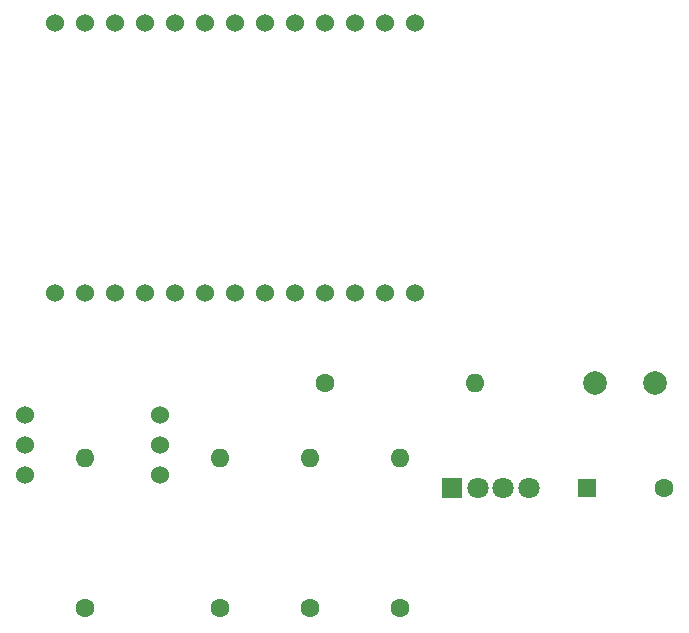
<source format=gbs>
G04 #@! TF.GenerationSoftware,KiCad,Pcbnew,(6.0.2)*
G04 #@! TF.CreationDate,2022-06-07T20:46:00+01:00*
G04 #@! TF.ProjectId,Smart_Door_Sensor,536d6172-745f-4446-9f6f-725f53656e73,rev?*
G04 #@! TF.SameCoordinates,Original*
G04 #@! TF.FileFunction,Soldermask,Bot*
G04 #@! TF.FilePolarity,Negative*
%FSLAX46Y46*%
G04 Gerber Fmt 4.6, Leading zero omitted, Abs format (unit mm)*
G04 Created by KiCad (PCBNEW (6.0.2)) date 2022-06-07 20:46:00*
%MOMM*%
%LPD*%
G01*
G04 APERTURE LIST*
%ADD10C,1.524000*%
%ADD11C,1.600000*%
%ADD12O,1.600000X1.600000*%
%ADD13C,2.000000*%
%ADD14R,1.600000X1.600000*%
%ADD15R,1.800000X1.800000*%
%ADD16C,1.800000*%
G04 APERTURE END LIST*
D10*
X62230000Y-106775000D03*
X62230000Y-109315000D03*
X62230000Y-111855000D03*
X73660000Y-106775000D03*
X73660000Y-109315000D03*
X73660000Y-111855000D03*
D11*
X67310000Y-123190000D03*
D12*
X67310000Y-110490000D03*
D11*
X87630000Y-104140000D03*
D12*
X100330000Y-104140000D03*
D13*
X110460000Y-104140000D03*
X115540000Y-104140000D03*
D14*
X109780000Y-113030000D03*
D11*
X116280000Y-113030000D03*
X78740000Y-123190000D03*
D12*
X78740000Y-110490000D03*
D11*
X86360000Y-123190000D03*
D12*
X86360000Y-110490000D03*
D10*
X95250000Y-73660000D03*
X92710000Y-73660000D03*
X90170000Y-73660000D03*
X87630000Y-73660000D03*
X85090000Y-73660000D03*
X82550000Y-73660000D03*
X80010000Y-73660000D03*
X77470000Y-73660000D03*
X74930000Y-73660000D03*
X72390000Y-73660000D03*
X69850000Y-73660000D03*
X67310000Y-73660000D03*
X64770000Y-73660000D03*
X64770000Y-96520000D03*
X67310000Y-96520000D03*
X69850000Y-96520000D03*
X72390000Y-96520000D03*
X74930000Y-96520000D03*
X77470000Y-96520000D03*
X80010000Y-96520000D03*
X82550000Y-96520000D03*
X85090000Y-96520000D03*
X87630000Y-96520000D03*
X90170000Y-96520000D03*
X92710000Y-96520000D03*
X95250000Y-96520000D03*
D15*
X98360000Y-113030000D03*
D16*
X100519000Y-113030000D03*
X102678000Y-113030000D03*
X104837000Y-113030000D03*
D11*
X93980000Y-123190000D03*
D12*
X93980000Y-110490000D03*
M02*

</source>
